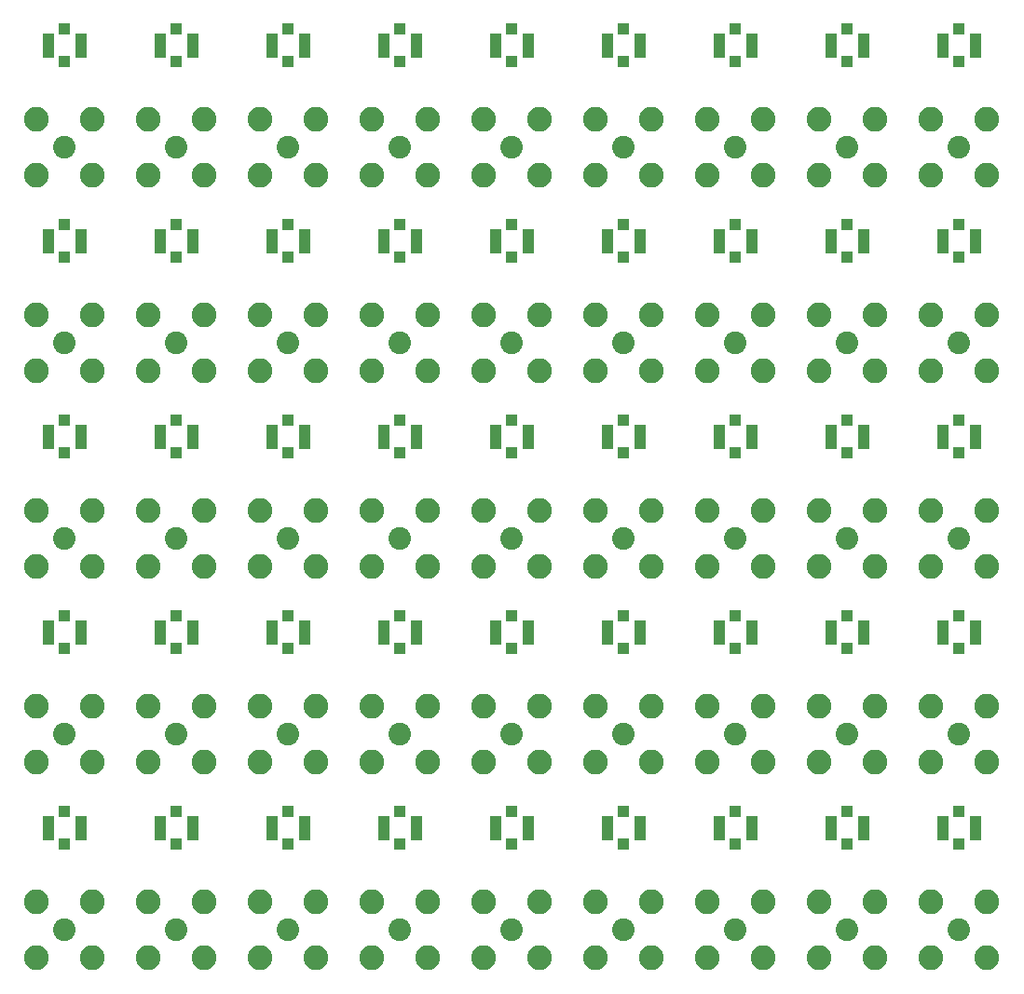
<source format=gbr>
%TF.GenerationSoftware,KiCad,Pcbnew,6.0.7-f9a2dced07~116~ubuntu20.04.1*%
%TF.CreationDate,2022-08-19T12:04:29-05:00*%
%TF.ProjectId,,58585858-5858-4585-9858-585858585858,rev?*%
%TF.SameCoordinates,Original*%
%TF.FileFunction,Soldermask,Top*%
%TF.FilePolarity,Negative*%
%FSLAX46Y46*%
G04 Gerber Fmt 4.6, Leading zero omitted, Abs format (unit mm)*
G04 Created by KiCad (PCBNEW 6.0.7-f9a2dced07~116~ubuntu20.04.1) date 2022-08-19 12:04:29*
%MOMM*%
%LPD*%
G01*
G04 APERTURE LIST*
%ADD10R,1.000000X1.000000*%
%ADD11R,1.050000X2.200000*%
%ADD12C,2.050000*%
%ADD13C,2.250000*%
G04 APERTURE END LIST*
D10*
%TO.C,J90*%
X157480000Y-134460000D03*
X157480000Y-131460000D03*
D11*
X156005000Y-132960000D03*
X158955000Y-132960000D03*
%TD*%
D12*
%TO.C,J89*%
X157480000Y-142240000D03*
D13*
X160020000Y-144780000D03*
X154940000Y-144780000D03*
X154940000Y-139700000D03*
X160020000Y-139700000D03*
%TD*%
D10*
%TO.C,J88*%
X147320000Y-134460000D03*
X147320000Y-131460000D03*
D11*
X145845000Y-132960000D03*
X148795000Y-132960000D03*
%TD*%
D12*
%TO.C,J87*%
X147320000Y-142240000D03*
D13*
X149860000Y-144780000D03*
X144780000Y-144780000D03*
X144780000Y-139700000D03*
X149860000Y-139700000D03*
%TD*%
D10*
%TO.C,J86*%
X137160000Y-134460000D03*
X137160000Y-131460000D03*
D11*
X135685000Y-132960000D03*
X138635000Y-132960000D03*
%TD*%
D12*
%TO.C,J85*%
X137160000Y-142240000D03*
D13*
X139700000Y-144780000D03*
X134620000Y-144780000D03*
X134620000Y-139700000D03*
X139700000Y-139700000D03*
%TD*%
D10*
%TO.C,J84*%
X127000000Y-134460000D03*
X127000000Y-131460000D03*
D11*
X125525000Y-132960000D03*
X128475000Y-132960000D03*
%TD*%
D12*
%TO.C,J83*%
X127000000Y-142240000D03*
D13*
X129540000Y-144780000D03*
X124460000Y-144780000D03*
X124460000Y-139700000D03*
X129540000Y-139700000D03*
%TD*%
D10*
%TO.C,J82*%
X116840000Y-134460000D03*
X116840000Y-131460000D03*
D11*
X115365000Y-132960000D03*
X118315000Y-132960000D03*
%TD*%
D12*
%TO.C,J81*%
X116840000Y-142240000D03*
D13*
X119380000Y-144780000D03*
X114300000Y-144780000D03*
X114300000Y-139700000D03*
X119380000Y-139700000D03*
%TD*%
D10*
%TO.C,J80*%
X106680000Y-134460000D03*
X106680000Y-131460000D03*
D11*
X105205000Y-132960000D03*
X108155000Y-132960000D03*
%TD*%
D12*
%TO.C,J79*%
X106680000Y-142240000D03*
D13*
X109220000Y-144780000D03*
X104140000Y-144780000D03*
X104140000Y-139700000D03*
X109220000Y-139700000D03*
%TD*%
D10*
%TO.C,J78*%
X96520000Y-134460000D03*
X96520000Y-131460000D03*
D11*
X95045000Y-132960000D03*
X97995000Y-132960000D03*
%TD*%
D12*
%TO.C,J77*%
X96520000Y-142240000D03*
D13*
X99060000Y-144780000D03*
X93980000Y-144780000D03*
X93980000Y-139700000D03*
X99060000Y-139700000D03*
%TD*%
D10*
%TO.C,J76*%
X86360000Y-134460000D03*
X86360000Y-131460000D03*
D11*
X84885000Y-132960000D03*
X87835000Y-132960000D03*
%TD*%
D12*
%TO.C,J75*%
X86360000Y-142240000D03*
D13*
X88900000Y-144780000D03*
X83820000Y-144780000D03*
X83820000Y-139700000D03*
X88900000Y-139700000D03*
%TD*%
D10*
%TO.C,J74*%
X76200000Y-134460000D03*
X76200000Y-131460000D03*
D11*
X74725000Y-132960000D03*
X77675000Y-132960000D03*
%TD*%
D12*
%TO.C,J73*%
X76200000Y-142240000D03*
D13*
X78740000Y-144780000D03*
X73660000Y-144780000D03*
X73660000Y-139700000D03*
X78740000Y-139700000D03*
%TD*%
D10*
%TO.C,J72*%
X157480000Y-116680000D03*
X157480000Y-113680000D03*
D11*
X156005000Y-115180000D03*
X158955000Y-115180000D03*
%TD*%
D12*
%TO.C,J71*%
X157480000Y-124460000D03*
D13*
X160020000Y-127000000D03*
X154940000Y-127000000D03*
X154940000Y-121920000D03*
X160020000Y-121920000D03*
%TD*%
D10*
%TO.C,J70*%
X147320000Y-116680000D03*
X147320000Y-113680000D03*
D11*
X145845000Y-115180000D03*
X148795000Y-115180000D03*
%TD*%
D12*
%TO.C,J69*%
X147320000Y-124460000D03*
D13*
X149860000Y-127000000D03*
X144780000Y-127000000D03*
X144780000Y-121920000D03*
X149860000Y-121920000D03*
%TD*%
D10*
%TO.C,J68*%
X137160000Y-116680000D03*
X137160000Y-113680000D03*
D11*
X135685000Y-115180000D03*
X138635000Y-115180000D03*
%TD*%
D12*
%TO.C,J67*%
X137160000Y-124460000D03*
D13*
X139700000Y-127000000D03*
X134620000Y-127000000D03*
X134620000Y-121920000D03*
X139700000Y-121920000D03*
%TD*%
D10*
%TO.C,J66*%
X127000000Y-116680000D03*
X127000000Y-113680000D03*
D11*
X125525000Y-115180000D03*
X128475000Y-115180000D03*
%TD*%
D12*
%TO.C,J65*%
X127000000Y-124460000D03*
D13*
X129540000Y-127000000D03*
X124460000Y-127000000D03*
X124460000Y-121920000D03*
X129540000Y-121920000D03*
%TD*%
D10*
%TO.C,J64*%
X116840000Y-116680000D03*
X116840000Y-113680000D03*
D11*
X115365000Y-115180000D03*
X118315000Y-115180000D03*
%TD*%
D12*
%TO.C,J63*%
X116840000Y-124460000D03*
D13*
X119380000Y-127000000D03*
X114300000Y-127000000D03*
X114300000Y-121920000D03*
X119380000Y-121920000D03*
%TD*%
D10*
%TO.C,J62*%
X106680000Y-116680000D03*
X106680000Y-113680000D03*
D11*
X105205000Y-115180000D03*
X108155000Y-115180000D03*
%TD*%
D12*
%TO.C,J61*%
X106680000Y-124460000D03*
D13*
X109220000Y-127000000D03*
X104140000Y-127000000D03*
X104140000Y-121920000D03*
X109220000Y-121920000D03*
%TD*%
D10*
%TO.C,J60*%
X96520000Y-116680000D03*
X96520000Y-113680000D03*
D11*
X95045000Y-115180000D03*
X97995000Y-115180000D03*
%TD*%
D12*
%TO.C,J59*%
X96520000Y-124460000D03*
D13*
X99060000Y-127000000D03*
X93980000Y-127000000D03*
X93980000Y-121920000D03*
X99060000Y-121920000D03*
%TD*%
D10*
%TO.C,J58*%
X86360000Y-116680000D03*
X86360000Y-113680000D03*
D11*
X84885000Y-115180000D03*
X87835000Y-115180000D03*
%TD*%
D12*
%TO.C,J57*%
X86360000Y-124460000D03*
D13*
X88900000Y-127000000D03*
X83820000Y-127000000D03*
X83820000Y-121920000D03*
X88900000Y-121920000D03*
%TD*%
D10*
%TO.C,J56*%
X76200000Y-116680000D03*
X76200000Y-113680000D03*
D11*
X74725000Y-115180000D03*
X77675000Y-115180000D03*
%TD*%
D12*
%TO.C,J55*%
X76200000Y-124460000D03*
D13*
X78740000Y-127000000D03*
X73660000Y-127000000D03*
X73660000Y-121920000D03*
X78740000Y-121920000D03*
%TD*%
D10*
%TO.C,J54*%
X157480000Y-98900000D03*
X157480000Y-95900000D03*
D11*
X156005000Y-97400000D03*
X158955000Y-97400000D03*
%TD*%
D12*
%TO.C,J53*%
X157480000Y-106680000D03*
D13*
X160020000Y-109220000D03*
X154940000Y-109220000D03*
X154940000Y-104140000D03*
X160020000Y-104140000D03*
%TD*%
D10*
%TO.C,J52*%
X147320000Y-98900000D03*
X147320000Y-95900000D03*
D11*
X145845000Y-97400000D03*
X148795000Y-97400000D03*
%TD*%
D12*
%TO.C,J51*%
X147320000Y-106680000D03*
D13*
X149860000Y-109220000D03*
X144780000Y-109220000D03*
X144780000Y-104140000D03*
X149860000Y-104140000D03*
%TD*%
D10*
%TO.C,J50*%
X137160000Y-98900000D03*
X137160000Y-95900000D03*
D11*
X135685000Y-97400000D03*
X138635000Y-97400000D03*
%TD*%
D12*
%TO.C,J49*%
X137160000Y-106680000D03*
D13*
X139700000Y-109220000D03*
X134620000Y-109220000D03*
X134620000Y-104140000D03*
X139700000Y-104140000D03*
%TD*%
D10*
%TO.C,J48*%
X127000000Y-98900000D03*
X127000000Y-95900000D03*
D11*
X125525000Y-97400000D03*
X128475000Y-97400000D03*
%TD*%
D12*
%TO.C,J47*%
X127000000Y-106680000D03*
D13*
X129540000Y-109220000D03*
X124460000Y-109220000D03*
X124460000Y-104140000D03*
X129540000Y-104140000D03*
%TD*%
D10*
%TO.C,J46*%
X116840000Y-98900000D03*
X116840000Y-95900000D03*
D11*
X115365000Y-97400000D03*
X118315000Y-97400000D03*
%TD*%
D12*
%TO.C,J45*%
X116840000Y-106680000D03*
D13*
X119380000Y-109220000D03*
X114300000Y-109220000D03*
X114300000Y-104140000D03*
X119380000Y-104140000D03*
%TD*%
D10*
%TO.C,J44*%
X106680000Y-98900000D03*
X106680000Y-95900000D03*
D11*
X105205000Y-97400000D03*
X108155000Y-97400000D03*
%TD*%
D12*
%TO.C,J43*%
X106680000Y-106680000D03*
D13*
X109220000Y-109220000D03*
X104140000Y-109220000D03*
X104140000Y-104140000D03*
X109220000Y-104140000D03*
%TD*%
D10*
%TO.C,J42*%
X96520000Y-98900000D03*
X96520000Y-95900000D03*
D11*
X95045000Y-97400000D03*
X97995000Y-97400000D03*
%TD*%
D12*
%TO.C,J41*%
X96520000Y-106680000D03*
D13*
X99060000Y-109220000D03*
X93980000Y-109220000D03*
X93980000Y-104140000D03*
X99060000Y-104140000D03*
%TD*%
D10*
%TO.C,J40*%
X86360000Y-98900000D03*
X86360000Y-95900000D03*
D11*
X84885000Y-97400000D03*
X87835000Y-97400000D03*
%TD*%
D12*
%TO.C,J39*%
X86360000Y-106680000D03*
D13*
X88900000Y-109220000D03*
X83820000Y-109220000D03*
X83820000Y-104140000D03*
X88900000Y-104140000D03*
%TD*%
D10*
%TO.C,J38*%
X76200000Y-98900000D03*
X76200000Y-95900000D03*
D11*
X74725000Y-97400000D03*
X77675000Y-97400000D03*
%TD*%
D12*
%TO.C,J37*%
X76200000Y-106680000D03*
D13*
X78740000Y-109220000D03*
X73660000Y-109220000D03*
X73660000Y-104140000D03*
X78740000Y-104140000D03*
%TD*%
D10*
%TO.C,J36*%
X157480000Y-81120000D03*
X157480000Y-78120000D03*
D11*
X156005000Y-79620000D03*
X158955000Y-79620000D03*
%TD*%
D12*
%TO.C,J35*%
X157480000Y-88900000D03*
D13*
X160020000Y-91440000D03*
X154940000Y-91440000D03*
X154940000Y-86360000D03*
X160020000Y-86360000D03*
%TD*%
D10*
%TO.C,J34*%
X147320000Y-81120000D03*
X147320000Y-78120000D03*
D11*
X145845000Y-79620000D03*
X148795000Y-79620000D03*
%TD*%
D12*
%TO.C,J33*%
X147320000Y-88900000D03*
D13*
X149860000Y-91440000D03*
X144780000Y-91440000D03*
X144780000Y-86360000D03*
X149860000Y-86360000D03*
%TD*%
D10*
%TO.C,J32*%
X137160000Y-81120000D03*
X137160000Y-78120000D03*
D11*
X135685000Y-79620000D03*
X138635000Y-79620000D03*
%TD*%
D12*
%TO.C,J31*%
X137160000Y-88900000D03*
D13*
X139700000Y-91440000D03*
X134620000Y-91440000D03*
X134620000Y-86360000D03*
X139700000Y-86360000D03*
%TD*%
D10*
%TO.C,J30*%
X127000000Y-81120000D03*
X127000000Y-78120000D03*
D11*
X125525000Y-79620000D03*
X128475000Y-79620000D03*
%TD*%
D12*
%TO.C,J29*%
X127000000Y-88900000D03*
D13*
X129540000Y-91440000D03*
X124460000Y-91440000D03*
X124460000Y-86360000D03*
X129540000Y-86360000D03*
%TD*%
D10*
%TO.C,J28*%
X116840000Y-81120000D03*
X116840000Y-78120000D03*
D11*
X115365000Y-79620000D03*
X118315000Y-79620000D03*
%TD*%
D12*
%TO.C,J27*%
X116840000Y-88900000D03*
D13*
X119380000Y-91440000D03*
X114300000Y-91440000D03*
X114300000Y-86360000D03*
X119380000Y-86360000D03*
%TD*%
D10*
%TO.C,J26*%
X106680000Y-81120000D03*
X106680000Y-78120000D03*
D11*
X105205000Y-79620000D03*
X108155000Y-79620000D03*
%TD*%
D12*
%TO.C,J25*%
X106680000Y-88900000D03*
D13*
X109220000Y-91440000D03*
X104140000Y-91440000D03*
X104140000Y-86360000D03*
X109220000Y-86360000D03*
%TD*%
D10*
%TO.C,J24*%
X96520000Y-81120000D03*
X96520000Y-78120000D03*
D11*
X95045000Y-79620000D03*
X97995000Y-79620000D03*
%TD*%
D12*
%TO.C,J23*%
X96520000Y-88900000D03*
D13*
X99060000Y-91440000D03*
X93980000Y-91440000D03*
X93980000Y-86360000D03*
X99060000Y-86360000D03*
%TD*%
D10*
%TO.C,J22*%
X86360000Y-81120000D03*
X86360000Y-78120000D03*
D11*
X84885000Y-79620000D03*
X87835000Y-79620000D03*
%TD*%
D12*
%TO.C,J21*%
X86360000Y-88900000D03*
D13*
X88900000Y-91440000D03*
X83820000Y-91440000D03*
X83820000Y-86360000D03*
X88900000Y-86360000D03*
%TD*%
D10*
%TO.C,J20*%
X76200000Y-81120000D03*
X76200000Y-78120000D03*
D11*
X74725000Y-79620000D03*
X77675000Y-79620000D03*
%TD*%
D12*
%TO.C,J19*%
X76200000Y-88900000D03*
D13*
X78740000Y-91440000D03*
X73660000Y-91440000D03*
X73660000Y-86360000D03*
X78740000Y-86360000D03*
%TD*%
D10*
%TO.C,J18*%
X157480000Y-63340000D03*
X157480000Y-60340000D03*
D11*
X156005000Y-61840000D03*
X158955000Y-61840000D03*
%TD*%
D12*
%TO.C,J17*%
X157480000Y-71120000D03*
D13*
X160020000Y-73660000D03*
X154940000Y-73660000D03*
X154940000Y-68580000D03*
X160020000Y-68580000D03*
%TD*%
D10*
%TO.C,J16*%
X147320000Y-63340000D03*
X147320000Y-60340000D03*
D11*
X145845000Y-61840000D03*
X148795000Y-61840000D03*
%TD*%
D12*
%TO.C,J15*%
X147320000Y-71120000D03*
D13*
X149860000Y-73660000D03*
X144780000Y-73660000D03*
X144780000Y-68580000D03*
X149860000Y-68580000D03*
%TD*%
D10*
%TO.C,J14*%
X137160000Y-63340000D03*
X137160000Y-60340000D03*
D11*
X135685000Y-61840000D03*
X138635000Y-61840000D03*
%TD*%
D12*
%TO.C,J13*%
X137160000Y-71120000D03*
D13*
X139700000Y-73660000D03*
X134620000Y-73660000D03*
X134620000Y-68580000D03*
X139700000Y-68580000D03*
%TD*%
D10*
%TO.C,J12*%
X127000000Y-63340000D03*
X127000000Y-60340000D03*
D11*
X125525000Y-61840000D03*
X128475000Y-61840000D03*
%TD*%
D12*
%TO.C,J11*%
X127000000Y-71120000D03*
D13*
X129540000Y-73660000D03*
X124460000Y-73660000D03*
X124460000Y-68580000D03*
X129540000Y-68580000D03*
%TD*%
D10*
%TO.C,J10*%
X116840000Y-63340000D03*
X116840000Y-60340000D03*
D11*
X115365000Y-61840000D03*
X118315000Y-61840000D03*
%TD*%
D12*
%TO.C,J9*%
X116840000Y-71120000D03*
D13*
X119380000Y-73660000D03*
X114300000Y-73660000D03*
X114300000Y-68580000D03*
X119380000Y-68580000D03*
%TD*%
D10*
%TO.C,J8*%
X106680000Y-63340000D03*
X106680000Y-60340000D03*
D11*
X105205000Y-61840000D03*
X108155000Y-61840000D03*
%TD*%
D12*
%TO.C,J7*%
X106680000Y-71120000D03*
D13*
X109220000Y-73660000D03*
X104140000Y-73660000D03*
X104140000Y-68580000D03*
X109220000Y-68580000D03*
%TD*%
D10*
%TO.C,J6*%
X96520000Y-63340000D03*
X96520000Y-60340000D03*
D11*
X95045000Y-61840000D03*
X97995000Y-61840000D03*
%TD*%
D12*
%TO.C,J5*%
X96520000Y-71120000D03*
D13*
X99060000Y-73660000D03*
X93980000Y-73660000D03*
X93980000Y-68580000D03*
X99060000Y-68580000D03*
%TD*%
D10*
%TO.C,J4*%
X86360000Y-63340000D03*
X86360000Y-60340000D03*
D11*
X84885000Y-61840000D03*
X87835000Y-61840000D03*
%TD*%
D12*
%TO.C,J3*%
X86360000Y-71120000D03*
D13*
X88900000Y-73660000D03*
X83820000Y-73660000D03*
X83820000Y-68580000D03*
X88900000Y-68580000D03*
%TD*%
D12*
%TO.C,J1*%
X76200000Y-71120000D03*
D13*
X78740000Y-73660000D03*
X73660000Y-73660000D03*
X73660000Y-68580000D03*
X78740000Y-68580000D03*
%TD*%
D10*
%TO.C,J2*%
X76200000Y-63340000D03*
X76200000Y-60340000D03*
D11*
X74725000Y-61840000D03*
X77675000Y-61840000D03*
%TD*%
M02*

</source>
